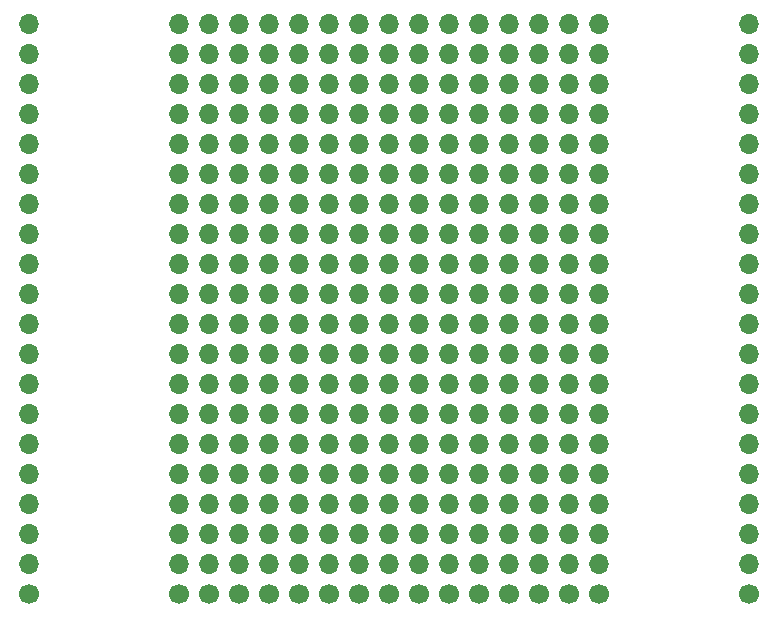
<source format=gbr>
%TF.GenerationSoftware,KiCad,Pcbnew,(6.0.5)*%
%TF.CreationDate,2022-09-08T00:46:35+10:00*%
%TF.ProjectId,shield_holes,73686965-6c64-45f6-986f-6c65732e6b69,rev?*%
%TF.SameCoordinates,Original*%
%TF.FileFunction,Copper,L1,Top*%
%TF.FilePolarity,Positive*%
%FSLAX46Y46*%
G04 Gerber Fmt 4.6, Leading zero omitted, Abs format (unit mm)*
G04 Created by KiCad (PCBNEW (6.0.5)) date 2022-09-08 00:46:35*
%MOMM*%
%LPD*%
G01*
G04 APERTURE LIST*
%TA.AperFunction,ComponentPad*%
%ADD10C,1.700000*%
%TD*%
%TA.AperFunction,ComponentPad*%
%ADD11O,1.700000X1.700000*%
%TD*%
G04 APERTURE END LIST*
D10*
%TO.P,J1,1,Pin_1*%
%TO.N,N/C*%
X88900000Y-113025000D03*
D11*
%TO.P,J1,2,Pin_2*%
X88900000Y-110485000D03*
%TO.P,J1,3,Pin_3*%
X88900000Y-107945000D03*
%TO.P,J1,4,Pin_4*%
X88900000Y-105405000D03*
%TO.P,J1,5,Pin_5*%
X88900000Y-102865000D03*
%TO.P,J1,6,Pin_6*%
X88900000Y-100325000D03*
%TO.P,J1,7,Pin_7*%
X88900000Y-97785000D03*
%TO.P,J1,8,Pin_8*%
X88900000Y-95245000D03*
%TO.P,J1,9,Pin_9*%
X88900000Y-92705000D03*
%TO.P,J1,10,Pin_10*%
X88900000Y-90165000D03*
%TO.P,J1,11,Pin_11*%
X88900000Y-87625000D03*
%TO.P,J1,12,Pin_12*%
X88900000Y-85085000D03*
%TO.P,J1,13,Pin_13*%
X88900000Y-82545000D03*
%TO.P,J1,14,Pin_14*%
X88900000Y-80005000D03*
%TO.P,J1,15,Pin_15*%
X88900000Y-77465000D03*
%TO.P,J1,16,Pin_16*%
X88900000Y-74925000D03*
%TO.P,J1,17,Pin_17*%
X88900000Y-72385000D03*
%TO.P,J1,18,Pin_18*%
X88900000Y-69845000D03*
%TO.P,J1,19,Pin_19*%
X88900000Y-67305000D03*
%TO.P,J1,20,Pin_20*%
X88900000Y-64765000D03*
%TD*%
D10*
%TO.P,J1,1,Pin_1*%
%TO.N,N/C*%
X73660000Y-113025000D03*
D11*
%TO.P,J1,2,Pin_2*%
X73660000Y-110485000D03*
%TO.P,J1,3,Pin_3*%
X73660000Y-107945000D03*
%TO.P,J1,4,Pin_4*%
X73660000Y-105405000D03*
%TO.P,J1,5,Pin_5*%
X73660000Y-102865000D03*
%TO.P,J1,6,Pin_6*%
X73660000Y-100325000D03*
%TO.P,J1,7,Pin_7*%
X73660000Y-97785000D03*
%TO.P,J1,8,Pin_8*%
X73660000Y-95245000D03*
%TO.P,J1,9,Pin_9*%
X73660000Y-92705000D03*
%TO.P,J1,10,Pin_10*%
X73660000Y-90165000D03*
%TO.P,J1,11,Pin_11*%
X73660000Y-87625000D03*
%TO.P,J1,12,Pin_12*%
X73660000Y-85085000D03*
%TO.P,J1,13,Pin_13*%
X73660000Y-82545000D03*
%TO.P,J1,14,Pin_14*%
X73660000Y-80005000D03*
%TO.P,J1,15,Pin_15*%
X73660000Y-77465000D03*
%TO.P,J1,16,Pin_16*%
X73660000Y-74925000D03*
%TO.P,J1,17,Pin_17*%
X73660000Y-72385000D03*
%TO.P,J1,18,Pin_18*%
X73660000Y-69845000D03*
%TO.P,J1,19,Pin_19*%
X73660000Y-67305000D03*
%TO.P,J1,20,Pin_20*%
X73660000Y-64765000D03*
%TD*%
D10*
%TO.P,J1,1,Pin_1*%
%TO.N,N/C*%
X93980000Y-113025000D03*
D11*
%TO.P,J1,2,Pin_2*%
X93980000Y-110485000D03*
%TO.P,J1,3,Pin_3*%
X93980000Y-107945000D03*
%TO.P,J1,4,Pin_4*%
X93980000Y-105405000D03*
%TO.P,J1,5,Pin_5*%
X93980000Y-102865000D03*
%TO.P,J1,6,Pin_6*%
X93980000Y-100325000D03*
%TO.P,J1,7,Pin_7*%
X93980000Y-97785000D03*
%TO.P,J1,8,Pin_8*%
X93980000Y-95245000D03*
%TO.P,J1,9,Pin_9*%
X93980000Y-92705000D03*
%TO.P,J1,10,Pin_10*%
X93980000Y-90165000D03*
%TO.P,J1,11,Pin_11*%
X93980000Y-87625000D03*
%TO.P,J1,12,Pin_12*%
X93980000Y-85085000D03*
%TO.P,J1,13,Pin_13*%
X93980000Y-82545000D03*
%TO.P,J1,14,Pin_14*%
X93980000Y-80005000D03*
%TO.P,J1,15,Pin_15*%
X93980000Y-77465000D03*
%TO.P,J1,16,Pin_16*%
X93980000Y-74925000D03*
%TO.P,J1,17,Pin_17*%
X93980000Y-72385000D03*
%TO.P,J1,18,Pin_18*%
X93980000Y-69845000D03*
%TO.P,J1,19,Pin_19*%
X93980000Y-67305000D03*
%TO.P,J1,20,Pin_20*%
X93980000Y-64765000D03*
%TD*%
D10*
%TO.P,J1,1,Pin_1*%
%TO.N,N/C*%
X91440000Y-113025000D03*
D11*
%TO.P,J1,2,Pin_2*%
X91440000Y-110485000D03*
%TO.P,J1,3,Pin_3*%
X91440000Y-107945000D03*
%TO.P,J1,4,Pin_4*%
X91440000Y-105405000D03*
%TO.P,J1,5,Pin_5*%
X91440000Y-102865000D03*
%TO.P,J1,6,Pin_6*%
X91440000Y-100325000D03*
%TO.P,J1,7,Pin_7*%
X91440000Y-97785000D03*
%TO.P,J1,8,Pin_8*%
X91440000Y-95245000D03*
%TO.P,J1,9,Pin_9*%
X91440000Y-92705000D03*
%TO.P,J1,10,Pin_10*%
X91440000Y-90165000D03*
%TO.P,J1,11,Pin_11*%
X91440000Y-87625000D03*
%TO.P,J1,12,Pin_12*%
X91440000Y-85085000D03*
%TO.P,J1,13,Pin_13*%
X91440000Y-82545000D03*
%TO.P,J1,14,Pin_14*%
X91440000Y-80005000D03*
%TO.P,J1,15,Pin_15*%
X91440000Y-77465000D03*
%TO.P,J1,16,Pin_16*%
X91440000Y-74925000D03*
%TO.P,J1,17,Pin_17*%
X91440000Y-72385000D03*
%TO.P,J1,18,Pin_18*%
X91440000Y-69845000D03*
%TO.P,J1,19,Pin_19*%
X91440000Y-67305000D03*
%TO.P,J1,20,Pin_20*%
X91440000Y-64765000D03*
%TD*%
D10*
%TO.P,J1,1,Pin_1*%
%TO.N,N/C*%
X99060000Y-113025000D03*
D11*
%TO.P,J1,2,Pin_2*%
X99060000Y-110485000D03*
%TO.P,J1,3,Pin_3*%
X99060000Y-107945000D03*
%TO.P,J1,4,Pin_4*%
X99060000Y-105405000D03*
%TO.P,J1,5,Pin_5*%
X99060000Y-102865000D03*
%TO.P,J1,6,Pin_6*%
X99060000Y-100325000D03*
%TO.P,J1,7,Pin_7*%
X99060000Y-97785000D03*
%TO.P,J1,8,Pin_8*%
X99060000Y-95245000D03*
%TO.P,J1,9,Pin_9*%
X99060000Y-92705000D03*
%TO.P,J1,10,Pin_10*%
X99060000Y-90165000D03*
%TO.P,J1,11,Pin_11*%
X99060000Y-87625000D03*
%TO.P,J1,12,Pin_12*%
X99060000Y-85085000D03*
%TO.P,J1,13,Pin_13*%
X99060000Y-82545000D03*
%TO.P,J1,14,Pin_14*%
X99060000Y-80005000D03*
%TO.P,J1,15,Pin_15*%
X99060000Y-77465000D03*
%TO.P,J1,16,Pin_16*%
X99060000Y-74925000D03*
%TO.P,J1,17,Pin_17*%
X99060000Y-72385000D03*
%TO.P,J1,18,Pin_18*%
X99060000Y-69845000D03*
%TO.P,J1,19,Pin_19*%
X99060000Y-67305000D03*
%TO.P,J1,20,Pin_20*%
X99060000Y-64765000D03*
%TD*%
D10*
%TO.P,J1,1,Pin_1*%
%TO.N,N/C*%
X78740000Y-113025000D03*
D11*
%TO.P,J1,2,Pin_2*%
X78740000Y-110485000D03*
%TO.P,J1,3,Pin_3*%
X78740000Y-107945000D03*
%TO.P,J1,4,Pin_4*%
X78740000Y-105405000D03*
%TO.P,J1,5,Pin_5*%
X78740000Y-102865000D03*
%TO.P,J1,6,Pin_6*%
X78740000Y-100325000D03*
%TO.P,J1,7,Pin_7*%
X78740000Y-97785000D03*
%TO.P,J1,8,Pin_8*%
X78740000Y-95245000D03*
%TO.P,J1,9,Pin_9*%
X78740000Y-92705000D03*
%TO.P,J1,10,Pin_10*%
X78740000Y-90165000D03*
%TO.P,J1,11,Pin_11*%
X78740000Y-87625000D03*
%TO.P,J1,12,Pin_12*%
X78740000Y-85085000D03*
%TO.P,J1,13,Pin_13*%
X78740000Y-82545000D03*
%TO.P,J1,14,Pin_14*%
X78740000Y-80005000D03*
%TO.P,J1,15,Pin_15*%
X78740000Y-77465000D03*
%TO.P,J1,16,Pin_16*%
X78740000Y-74925000D03*
%TO.P,J1,17,Pin_17*%
X78740000Y-72385000D03*
%TO.P,J1,18,Pin_18*%
X78740000Y-69845000D03*
%TO.P,J1,19,Pin_19*%
X78740000Y-67305000D03*
%TO.P,J1,20,Pin_20*%
X78740000Y-64765000D03*
%TD*%
D10*
%TO.P,J1,1,Pin_1*%
%TO.N,N/C*%
X76200000Y-113025000D03*
D11*
%TO.P,J1,2,Pin_2*%
X76200000Y-110485000D03*
%TO.P,J1,3,Pin_3*%
X76200000Y-107945000D03*
%TO.P,J1,4,Pin_4*%
X76200000Y-105405000D03*
%TO.P,J1,5,Pin_5*%
X76200000Y-102865000D03*
%TO.P,J1,6,Pin_6*%
X76200000Y-100325000D03*
%TO.P,J1,7,Pin_7*%
X76200000Y-97785000D03*
%TO.P,J1,8,Pin_8*%
X76200000Y-95245000D03*
%TO.P,J1,9,Pin_9*%
X76200000Y-92705000D03*
%TO.P,J1,10,Pin_10*%
X76200000Y-90165000D03*
%TO.P,J1,11,Pin_11*%
X76200000Y-87625000D03*
%TO.P,J1,12,Pin_12*%
X76200000Y-85085000D03*
%TO.P,J1,13,Pin_13*%
X76200000Y-82545000D03*
%TO.P,J1,14,Pin_14*%
X76200000Y-80005000D03*
%TO.P,J1,15,Pin_15*%
X76200000Y-77465000D03*
%TO.P,J1,16,Pin_16*%
X76200000Y-74925000D03*
%TO.P,J1,17,Pin_17*%
X76200000Y-72385000D03*
%TO.P,J1,18,Pin_18*%
X76200000Y-69845000D03*
%TO.P,J1,19,Pin_19*%
X76200000Y-67305000D03*
%TO.P,J1,20,Pin_20*%
X76200000Y-64765000D03*
%TD*%
D10*
%TO.P,J1,1,Pin_1*%
%TO.N,GND*%
X50800000Y-113030000D03*
D11*
%TO.P,J1,2,Pin_2*%
%TO.N,3.3V*%
X50800000Y-110490000D03*
%TO.P,J1,3,Pin_3*%
%TO.N,unconnected-(J1-Pad3)*%
X50800000Y-107950000D03*
%TO.P,J1,4,Pin_4*%
%TO.N,unconnected-(J1-Pad4)*%
X50800000Y-105410000D03*
%TO.P,J1,5,Pin_5*%
%TO.N,unconnected-(J1-Pad5)*%
X50800000Y-102870000D03*
%TO.P,J1,6,Pin_6*%
%TO.N,unconnected-(J1-Pad6)*%
X50800000Y-100330000D03*
%TO.P,J1,7,Pin_7*%
%TO.N,unconnected-(J1-Pad7)*%
X50800000Y-97790000D03*
%TO.P,J1,8,Pin_8*%
%TO.N,unconnected-(J1-Pad8)*%
X50800000Y-95250000D03*
%TO.P,J1,9,Pin_9*%
%TO.N,unconnected-(J1-Pad9)*%
X50800000Y-92710000D03*
%TO.P,J1,10,Pin_10*%
%TO.N,unconnected-(J1-Pad10)*%
X50800000Y-90170000D03*
%TO.P,J1,11,Pin_11*%
%TO.N,unconnected-(J1-Pad11)*%
X50800000Y-87630000D03*
%TO.P,J1,12,Pin_12*%
%TO.N,unconnected-(J1-Pad12)*%
X50800000Y-85090000D03*
%TO.P,J1,13,Pin_13*%
%TO.N,unconnected-(J1-Pad13)*%
X50800000Y-82550000D03*
%TO.P,J1,14,Pin_14*%
%TO.N,unconnected-(J1-Pad14)*%
X50800000Y-80010000D03*
%TO.P,J1,15,Pin_15*%
%TO.N,unconnected-(J1-Pad15)*%
X50800000Y-77470000D03*
%TO.P,J1,16,Pin_16*%
%TO.N,unconnected-(J1-Pad16)*%
X50800000Y-74930000D03*
%TO.P,J1,17,Pin_17*%
%TO.N,unconnected-(J1-Pad17)*%
X50800000Y-72390000D03*
%TO.P,J1,18,Pin_18*%
%TO.N,unconnected-(J1-Pad18)*%
X50800000Y-69850000D03*
%TO.P,J1,19,Pin_19*%
%TO.N,unconnected-(J1-Pad19)*%
X50800000Y-67310000D03*
%TO.P,J1,20,Pin_20*%
%TO.N,unconnected-(J1-Pad20)*%
X50800000Y-64770000D03*
%TD*%
D10*
%TO.P,J1,1,Pin_1*%
%TO.N,N/C*%
X81280000Y-113025000D03*
D11*
%TO.P,J1,2,Pin_2*%
X81280000Y-110485000D03*
%TO.P,J1,3,Pin_3*%
X81280000Y-107945000D03*
%TO.P,J1,4,Pin_4*%
X81280000Y-105405000D03*
%TO.P,J1,5,Pin_5*%
X81280000Y-102865000D03*
%TO.P,J1,6,Pin_6*%
X81280000Y-100325000D03*
%TO.P,J1,7,Pin_7*%
X81280000Y-97785000D03*
%TO.P,J1,8,Pin_8*%
X81280000Y-95245000D03*
%TO.P,J1,9,Pin_9*%
X81280000Y-92705000D03*
%TO.P,J1,10,Pin_10*%
X81280000Y-90165000D03*
%TO.P,J1,11,Pin_11*%
X81280000Y-87625000D03*
%TO.P,J1,12,Pin_12*%
X81280000Y-85085000D03*
%TO.P,J1,13,Pin_13*%
X81280000Y-82545000D03*
%TO.P,J1,14,Pin_14*%
X81280000Y-80005000D03*
%TO.P,J1,15,Pin_15*%
X81280000Y-77465000D03*
%TO.P,J1,16,Pin_16*%
X81280000Y-74925000D03*
%TO.P,J1,17,Pin_17*%
X81280000Y-72385000D03*
%TO.P,J1,18,Pin_18*%
X81280000Y-69845000D03*
%TO.P,J1,19,Pin_19*%
X81280000Y-67305000D03*
%TO.P,J1,20,Pin_20*%
X81280000Y-64765000D03*
%TD*%
D10*
%TO.P,J1,1,Pin_1*%
%TO.N,N/C*%
X63500000Y-113025000D03*
D11*
%TO.P,J1,2,Pin_2*%
X63500000Y-110485000D03*
%TO.P,J1,3,Pin_3*%
X63500000Y-107945000D03*
%TO.P,J1,4,Pin_4*%
X63500000Y-105405000D03*
%TO.P,J1,5,Pin_5*%
X63500000Y-102865000D03*
%TO.P,J1,6,Pin_6*%
X63500000Y-100325000D03*
%TO.P,J1,7,Pin_7*%
X63500000Y-97785000D03*
%TO.P,J1,8,Pin_8*%
X63500000Y-95245000D03*
%TO.P,J1,9,Pin_9*%
X63500000Y-92705000D03*
%TO.P,J1,10,Pin_10*%
X63500000Y-90165000D03*
%TO.P,J1,11,Pin_11*%
X63500000Y-87625000D03*
%TO.P,J1,12,Pin_12*%
X63500000Y-85085000D03*
%TO.P,J1,13,Pin_13*%
X63500000Y-82545000D03*
%TO.P,J1,14,Pin_14*%
X63500000Y-80005000D03*
%TO.P,J1,15,Pin_15*%
X63500000Y-77465000D03*
%TO.P,J1,16,Pin_16*%
X63500000Y-74925000D03*
%TO.P,J1,17,Pin_17*%
X63500000Y-72385000D03*
%TO.P,J1,18,Pin_18*%
X63500000Y-69845000D03*
%TO.P,J1,19,Pin_19*%
X63500000Y-67305000D03*
%TO.P,J1,20,Pin_20*%
X63500000Y-64765000D03*
%TD*%
D10*
%TO.P,J2,1,Pin_1*%
%TO.N,GND*%
X111760003Y-113030000D03*
D11*
%TO.P,J2,2,Pin_2*%
%TO.N,5V*%
X111760000Y-110490000D03*
%TO.P,J2,3,Pin_3*%
%TO.N,unconnected-(J2-Pad3)*%
X111760000Y-107950000D03*
%TO.P,J2,4,Pin_4*%
%TO.N,unconnected-(J2-Pad4)*%
X111760000Y-105410000D03*
%TO.P,J2,5,Pin_5*%
%TO.N,unconnected-(J2-Pad5)*%
X111760000Y-102870000D03*
%TO.P,J2,6,Pin_6*%
%TO.N,unconnected-(J2-Pad6)*%
X111760000Y-100330000D03*
%TO.P,J2,7,Pin_7*%
%TO.N,unconnected-(J2-Pad7)*%
X111760000Y-97790000D03*
%TO.P,J2,8,Pin_8*%
%TO.N,unconnected-(J2-Pad8)*%
X111760000Y-95250000D03*
%TO.P,J2,9,Pin_9*%
%TO.N,unconnected-(J2-Pad9)*%
X111760000Y-92710000D03*
%TO.P,J2,10,Pin_10*%
%TO.N,unconnected-(J2-Pad10)*%
X111760000Y-90170000D03*
%TO.P,J2,11,Pin_11*%
%TO.N,unconnected-(J2-Pad11)*%
X111760000Y-87630000D03*
%TO.P,J2,12,Pin_12*%
%TO.N,unconnected-(J2-Pad12)*%
X111760000Y-85090000D03*
%TO.P,J2,13,Pin_13*%
%TO.N,unconnected-(J2-Pad13)*%
X111760000Y-82550000D03*
%TO.P,J2,14,Pin_14*%
%TO.N,unconnected-(J2-Pad14)*%
X111760000Y-80010000D03*
%TO.P,J2,15,Pin_15*%
%TO.N,unconnected-(J2-Pad15)*%
X111760000Y-77470000D03*
%TO.P,J2,16,Pin_16*%
%TO.N,unconnected-(J2-Pad16)*%
X111760000Y-74930000D03*
%TO.P,J2,17,Pin_17*%
%TO.N,unconnected-(J2-Pad17)*%
X111760000Y-72390000D03*
%TO.P,J2,18,Pin_18*%
%TO.N,unconnected-(J2-Pad18)*%
X111760000Y-69850000D03*
%TO.P,J2,19,Pin_19*%
%TO.N,Net-(J2-Pad19)*%
X111760000Y-67310000D03*
%TO.P,J2,20,Pin_20*%
%TO.N,unconnected-(J2-Pad20)*%
X111760000Y-64770000D03*
%TD*%
D10*
%TO.P,J1,1,Pin_1*%
%TO.N,N/C*%
X86360000Y-113025000D03*
D11*
%TO.P,J1,2,Pin_2*%
X86360000Y-110485000D03*
%TO.P,J1,3,Pin_3*%
X86360000Y-107945000D03*
%TO.P,J1,4,Pin_4*%
X86360000Y-105405000D03*
%TO.P,J1,5,Pin_5*%
X86360000Y-102865000D03*
%TO.P,J1,6,Pin_6*%
X86360000Y-100325000D03*
%TO.P,J1,7,Pin_7*%
X86360000Y-97785000D03*
%TO.P,J1,8,Pin_8*%
X86360000Y-95245000D03*
%TO.P,J1,9,Pin_9*%
X86360000Y-92705000D03*
%TO.P,J1,10,Pin_10*%
X86360000Y-90165000D03*
%TO.P,J1,11,Pin_11*%
X86360000Y-87625000D03*
%TO.P,J1,12,Pin_12*%
X86360000Y-85085000D03*
%TO.P,J1,13,Pin_13*%
X86360000Y-82545000D03*
%TO.P,J1,14,Pin_14*%
X86360000Y-80005000D03*
%TO.P,J1,15,Pin_15*%
X86360000Y-77465000D03*
%TO.P,J1,16,Pin_16*%
X86360000Y-74925000D03*
%TO.P,J1,17,Pin_17*%
X86360000Y-72385000D03*
%TO.P,J1,18,Pin_18*%
X86360000Y-69845000D03*
%TO.P,J1,19,Pin_19*%
X86360000Y-67305000D03*
%TO.P,J1,20,Pin_20*%
X86360000Y-64765000D03*
%TD*%
D10*
%TO.P,J1,1,Pin_1*%
%TO.N,N/C*%
X96520000Y-113025000D03*
D11*
%TO.P,J1,2,Pin_2*%
X96520000Y-110485000D03*
%TO.P,J1,3,Pin_3*%
X96520000Y-107945000D03*
%TO.P,J1,4,Pin_4*%
X96520000Y-105405000D03*
%TO.P,J1,5,Pin_5*%
X96520000Y-102865000D03*
%TO.P,J1,6,Pin_6*%
X96520000Y-100325000D03*
%TO.P,J1,7,Pin_7*%
X96520000Y-97785000D03*
%TO.P,J1,8,Pin_8*%
X96520000Y-95245000D03*
%TO.P,J1,9,Pin_9*%
X96520000Y-92705000D03*
%TO.P,J1,10,Pin_10*%
X96520000Y-90165000D03*
%TO.P,J1,11,Pin_11*%
X96520000Y-87625000D03*
%TO.P,J1,12,Pin_12*%
X96520000Y-85085000D03*
%TO.P,J1,13,Pin_13*%
X96520000Y-82545000D03*
%TO.P,J1,14,Pin_14*%
X96520000Y-80005000D03*
%TO.P,J1,15,Pin_15*%
X96520000Y-77465000D03*
%TO.P,J1,16,Pin_16*%
X96520000Y-74925000D03*
%TO.P,J1,17,Pin_17*%
X96520000Y-72385000D03*
%TO.P,J1,18,Pin_18*%
X96520000Y-69845000D03*
%TO.P,J1,19,Pin_19*%
X96520000Y-67305000D03*
%TO.P,J1,20,Pin_20*%
X96520000Y-64765000D03*
%TD*%
D10*
%TO.P,J1,1,Pin_1*%
%TO.N,N/C*%
X68580000Y-113025000D03*
D11*
%TO.P,J1,2,Pin_2*%
X68580000Y-110485000D03*
%TO.P,J1,3,Pin_3*%
X68580000Y-107945000D03*
%TO.P,J1,4,Pin_4*%
X68580000Y-105405000D03*
%TO.P,J1,5,Pin_5*%
X68580000Y-102865000D03*
%TO.P,J1,6,Pin_6*%
X68580000Y-100325000D03*
%TO.P,J1,7,Pin_7*%
X68580000Y-97785000D03*
%TO.P,J1,8,Pin_8*%
X68580000Y-95245000D03*
%TO.P,J1,9,Pin_9*%
X68580000Y-92705000D03*
%TO.P,J1,10,Pin_10*%
X68580000Y-90165000D03*
%TO.P,J1,11,Pin_11*%
X68580000Y-87625000D03*
%TO.P,J1,12,Pin_12*%
X68580000Y-85085000D03*
%TO.P,J1,13,Pin_13*%
X68580000Y-82545000D03*
%TO.P,J1,14,Pin_14*%
X68580000Y-80005000D03*
%TO.P,J1,15,Pin_15*%
X68580000Y-77465000D03*
%TO.P,J1,16,Pin_16*%
X68580000Y-74925000D03*
%TO.P,J1,17,Pin_17*%
X68580000Y-72385000D03*
%TO.P,J1,18,Pin_18*%
X68580000Y-69845000D03*
%TO.P,J1,19,Pin_19*%
X68580000Y-67305000D03*
%TO.P,J1,20,Pin_20*%
X68580000Y-64765000D03*
%TD*%
D10*
%TO.P,J1,1,Pin_1*%
%TO.N,N/C*%
X83820000Y-113025000D03*
D11*
%TO.P,J1,2,Pin_2*%
X83820000Y-110485000D03*
%TO.P,J1,3,Pin_3*%
X83820000Y-107945000D03*
%TO.P,J1,4,Pin_4*%
X83820000Y-105405000D03*
%TO.P,J1,5,Pin_5*%
X83820000Y-102865000D03*
%TO.P,J1,6,Pin_6*%
X83820000Y-100325000D03*
%TO.P,J1,7,Pin_7*%
X83820000Y-97785000D03*
%TO.P,J1,8,Pin_8*%
X83820000Y-95245000D03*
%TO.P,J1,9,Pin_9*%
X83820000Y-92705000D03*
%TO.P,J1,10,Pin_10*%
X83820000Y-90165000D03*
%TO.P,J1,11,Pin_11*%
X83820000Y-87625000D03*
%TO.P,J1,12,Pin_12*%
X83820000Y-85085000D03*
%TO.P,J1,13,Pin_13*%
X83820000Y-82545000D03*
%TO.P,J1,14,Pin_14*%
X83820000Y-80005000D03*
%TO.P,J1,15,Pin_15*%
X83820000Y-77465000D03*
%TO.P,J1,16,Pin_16*%
X83820000Y-74925000D03*
%TO.P,J1,17,Pin_17*%
X83820000Y-72385000D03*
%TO.P,J1,18,Pin_18*%
X83820000Y-69845000D03*
%TO.P,J1,19,Pin_19*%
X83820000Y-67305000D03*
%TO.P,J1,20,Pin_20*%
X83820000Y-64765000D03*
%TD*%
D10*
%TO.P,J1,1,Pin_1*%
%TO.N,N/C*%
X71120000Y-113025000D03*
D11*
%TO.P,J1,2,Pin_2*%
X71120000Y-110485000D03*
%TO.P,J1,3,Pin_3*%
X71120000Y-107945000D03*
%TO.P,J1,4,Pin_4*%
X71120000Y-105405000D03*
%TO.P,J1,5,Pin_5*%
X71120000Y-102865000D03*
%TO.P,J1,6,Pin_6*%
X71120000Y-100325000D03*
%TO.P,J1,7,Pin_7*%
X71120000Y-97785000D03*
%TO.P,J1,8,Pin_8*%
X71120000Y-95245000D03*
%TO.P,J1,9,Pin_9*%
X71120000Y-92705000D03*
%TO.P,J1,10,Pin_10*%
X71120000Y-90165000D03*
%TO.P,J1,11,Pin_11*%
X71120000Y-87625000D03*
%TO.P,J1,12,Pin_12*%
X71120000Y-85085000D03*
%TO.P,J1,13,Pin_13*%
X71120000Y-82545000D03*
%TO.P,J1,14,Pin_14*%
X71120000Y-80005000D03*
%TO.P,J1,15,Pin_15*%
X71120000Y-77465000D03*
%TO.P,J1,16,Pin_16*%
X71120000Y-74925000D03*
%TO.P,J1,17,Pin_17*%
X71120000Y-72385000D03*
%TO.P,J1,18,Pin_18*%
X71120000Y-69845000D03*
%TO.P,J1,19,Pin_19*%
X71120000Y-67305000D03*
%TO.P,J1,20,Pin_20*%
X71120000Y-64765000D03*
%TD*%
D10*
%TO.P,J1,1,Pin_1*%
%TO.N,N/C*%
X66040000Y-113025000D03*
D11*
%TO.P,J1,2,Pin_2*%
X66040000Y-110485000D03*
%TO.P,J1,3,Pin_3*%
X66040000Y-107945000D03*
%TO.P,J1,4,Pin_4*%
X66040000Y-105405000D03*
%TO.P,J1,5,Pin_5*%
X66040000Y-102865000D03*
%TO.P,J1,6,Pin_6*%
X66040000Y-100325000D03*
%TO.P,J1,7,Pin_7*%
X66040000Y-97785000D03*
%TO.P,J1,8,Pin_8*%
X66040000Y-95245000D03*
%TO.P,J1,9,Pin_9*%
X66040000Y-92705000D03*
%TO.P,J1,10,Pin_10*%
X66040000Y-90165000D03*
%TO.P,J1,11,Pin_11*%
X66040000Y-87625000D03*
%TO.P,J1,12,Pin_12*%
X66040000Y-85085000D03*
%TO.P,J1,13,Pin_13*%
X66040000Y-82545000D03*
%TO.P,J1,14,Pin_14*%
X66040000Y-80005000D03*
%TO.P,J1,15,Pin_15*%
X66040000Y-77465000D03*
%TO.P,J1,16,Pin_16*%
X66040000Y-74925000D03*
%TO.P,J1,17,Pin_17*%
X66040000Y-72385000D03*
%TO.P,J1,18,Pin_18*%
X66040000Y-69845000D03*
%TO.P,J1,19,Pin_19*%
X66040000Y-67305000D03*
%TO.P,J1,20,Pin_20*%
X66040000Y-64765000D03*
%TD*%
M02*

</source>
